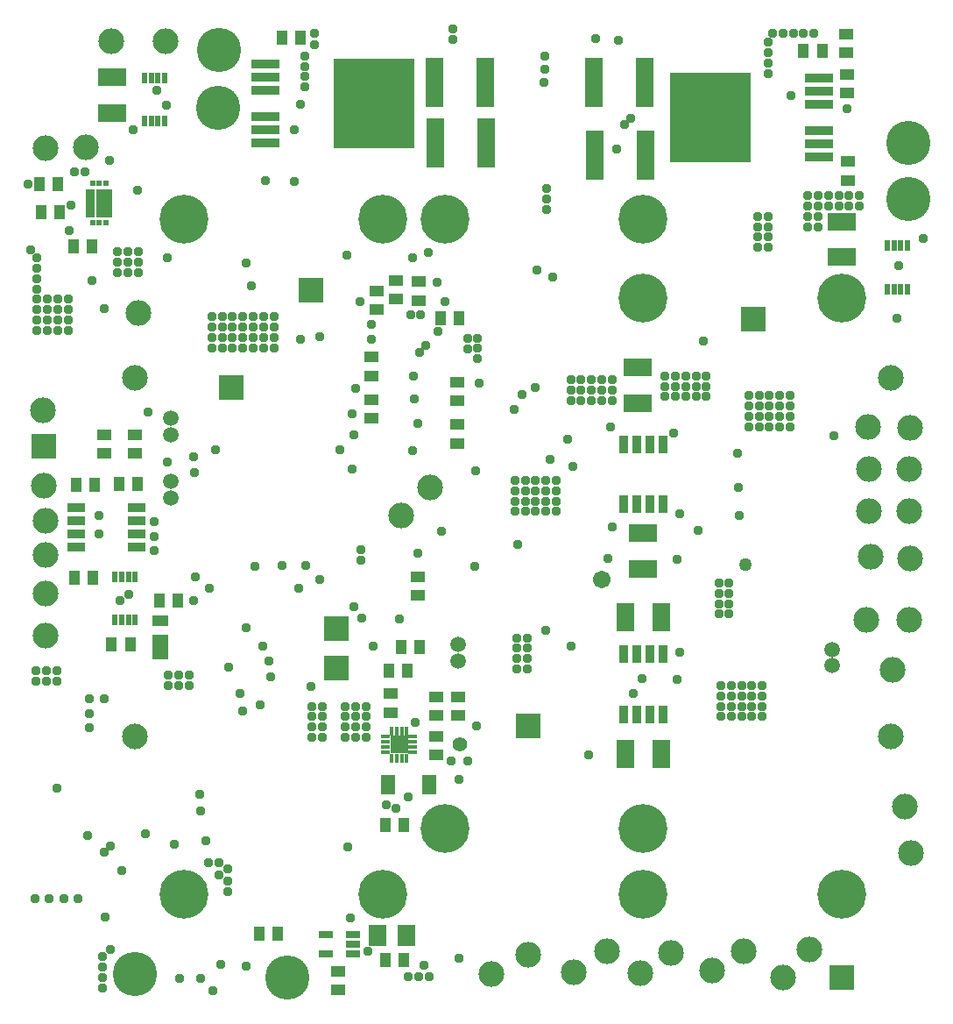
<source format=gbs>
G75*
%MOIN*%
%OFA0B0*%
%FSLAX25Y25*%
%IPPOS*%
%LPD*%
%AMOC8*
5,1,8,0,0,1.08239X$1,22.5*
%
%ADD10R,0.03950X0.05524*%
%ADD11R,0.05524X0.03950*%
%ADD12R,0.05721X0.07690*%
%ADD13C,0.18580*%
%ADD14R,0.06706X0.03556*%
%ADD15R,0.10800X0.06784*%
%ADD16R,0.10800X0.06745*%
%ADD17R,0.06784X0.10800*%
%ADD18R,0.06745X0.10800*%
%ADD19R,0.05524X0.03162*%
%ADD20R,0.03556X0.06706*%
%ADD21R,0.06509X0.06509*%
%ADD22R,0.03556X0.01784*%
%ADD23R,0.01784X0.03556*%
%ADD24C,0.09800*%
%ADD25C,0.16800*%
%ADD26R,0.11036X0.03753*%
%ADD27R,0.30721X0.34265*%
%ADD28R,0.09800X0.09800*%
%ADD29C,0.05950*%
%ADD30R,0.06312X0.09461*%
%ADD31R,0.06312X0.04343*%
%ADD32R,0.02454X0.04304*%
%ADD33R,0.06391X0.10643*%
%ADD34R,0.03241X0.10643*%
%ADD35R,0.02375X0.02375*%
%ADD36R,0.07099X0.07887*%
%ADD37R,0.06706X0.18910*%
%ADD38C,0.09737*%
%ADD39C,0.03778*%
%ADD40C,0.05550*%
%ADD41C,0.06706*%
%ADD42C,0.04959*%
D10*
X0138414Y0100619D03*
X0145501Y0100619D03*
X0186446Y0090776D03*
X0193532Y0090776D03*
X0193532Y0141957D03*
X0186446Y0141957D03*
X0187627Y0200619D03*
X0194713Y0200619D03*
X0192351Y0209674D03*
X0199438Y0209674D03*
X0107312Y0227391D03*
X0100225Y0227391D03*
X0089202Y0210855D03*
X0082115Y0210855D03*
X0075028Y0236052D03*
X0067942Y0236052D03*
X0068729Y0271485D03*
X0075816Y0271485D03*
X0084871Y0271879D03*
X0091957Y0271879D03*
X0074635Y0362036D03*
X0067548Y0362036D03*
X0062430Y0375028D03*
X0055343Y0375028D03*
X0054556Y0385658D03*
X0061643Y0385658D03*
X0147076Y0441564D03*
X0154162Y0441564D03*
X0207312Y0334871D03*
X0214398Y0334871D03*
X0345501Y0436446D03*
X0352587Y0436446D03*
D11*
X0361643Y0435658D03*
X0361643Y0442745D03*
X0362036Y0427391D03*
X0362036Y0420304D03*
X0362430Y0394320D03*
X0362430Y0387233D03*
X0213611Y0310461D03*
X0213611Y0303375D03*
X0213611Y0294320D03*
X0213611Y0287233D03*
X0180934Y0296682D03*
X0180934Y0303769D03*
X0180934Y0312824D03*
X0180934Y0319910D03*
X0182902Y0338020D03*
X0182902Y0345107D03*
X0190383Y0341957D03*
X0190383Y0349044D03*
X0199044Y0348650D03*
X0199044Y0341564D03*
X0198650Y0236446D03*
X0198650Y0229359D03*
X0188414Y0191957D03*
X0188414Y0184871D03*
X0205737Y0183690D03*
X0205737Y0190776D03*
X0214005Y0190776D03*
X0214005Y0183690D03*
X0205737Y0175816D03*
X0205737Y0168729D03*
X0168335Y0086446D03*
X0168335Y0079359D03*
X0091170Y0283296D03*
X0091170Y0290383D03*
X0079359Y0290383D03*
X0079359Y0283296D03*
D12*
X0187233Y0157312D03*
X0202981Y0157312D03*
D13*
X0208887Y0140580D03*
X0185265Y0115580D03*
X0109674Y0115580D03*
X0284477Y0115580D03*
X0284477Y0140580D03*
X0360068Y0115580D03*
X0360068Y0342272D03*
X0284477Y0342272D03*
X0284477Y0372272D03*
X0208887Y0372272D03*
X0185265Y0372272D03*
X0109674Y0372272D03*
D14*
X0091564Y0262843D03*
X0091564Y0257843D03*
X0091564Y0252843D03*
X0091564Y0247843D03*
X0068729Y0247843D03*
X0068729Y0252843D03*
X0068729Y0257843D03*
X0068729Y0262843D03*
D15*
X0082509Y0426249D03*
X0282509Y0302548D03*
X0284477Y0239556D03*
X0360068Y0371524D03*
D16*
X0360068Y0358060D03*
X0282509Y0316013D03*
X0284477Y0253020D03*
X0082509Y0412784D03*
D17*
X0277745Y0221091D03*
X0291209Y0169123D03*
D18*
X0277745Y0169123D03*
X0291209Y0221091D03*
D19*
X0173871Y0100422D03*
X0173871Y0096682D03*
X0173871Y0092942D03*
X0163587Y0092942D03*
X0163587Y0100422D03*
D20*
X0276977Y0184083D03*
X0281977Y0184083D03*
X0286977Y0184083D03*
X0291977Y0184083D03*
X0291977Y0206918D03*
X0286977Y0206918D03*
X0281977Y0206918D03*
X0276977Y0206918D03*
X0276977Y0264005D03*
X0281977Y0264005D03*
X0286977Y0264005D03*
X0291977Y0264005D03*
X0291977Y0286839D03*
X0286977Y0286839D03*
X0281977Y0286839D03*
X0276977Y0286839D03*
D21*
X0191564Y0172666D03*
D22*
X0196682Y0171682D03*
X0196682Y0173650D03*
X0196682Y0175619D03*
X0196682Y0169713D03*
X0186446Y0169713D03*
X0186446Y0171682D03*
X0186446Y0173650D03*
X0186446Y0175619D03*
D23*
X0188611Y0177784D03*
X0190580Y0177784D03*
X0192548Y0177784D03*
X0194517Y0177784D03*
X0194517Y0167548D03*
X0192548Y0167548D03*
X0190580Y0167548D03*
X0188611Y0167548D03*
D24*
X0240776Y0092745D03*
X0226603Y0085265D03*
X0258099Y0086052D03*
X0270698Y0093926D03*
X0283296Y0085658D03*
X0295107Y0093532D03*
X0310855Y0086839D03*
X0322666Y0093926D03*
X0337627Y0084083D03*
X0347863Y0094713D03*
X0386446Y0131328D03*
X0384083Y0149044D03*
X0379359Y0201013D03*
X0385658Y0219910D03*
X0369517Y0219910D03*
X0371091Y0243926D03*
X0370304Y0261249D03*
X0385658Y0261249D03*
X0386052Y0243532D03*
X0385658Y0277391D03*
X0370304Y0277391D03*
X0369910Y0293532D03*
X0386052Y0293139D03*
X0203375Y0270304D03*
X0192351Y0259674D03*
X0092351Y0336839D03*
X0056131Y0299831D03*
X0056524Y0271091D03*
X0056918Y0257706D03*
X0056918Y0244713D03*
X0056918Y0230146D03*
X0056918Y0214005D03*
X0056918Y0399438D03*
X0072272Y0399831D03*
X0082115Y0439989D03*
X0102587Y0439989D03*
D25*
X0123060Y0436839D03*
X0122666Y0414792D03*
X0385265Y0401406D03*
X0385265Y0380146D03*
X0149044Y0084083D03*
X0091170Y0085265D03*
D26*
X0140776Y0401406D03*
X0140776Y0406406D03*
X0140776Y0411406D03*
X0140776Y0421406D03*
X0140776Y0426406D03*
X0140776Y0431406D03*
X0351406Y0426209D03*
X0351406Y0421209D03*
X0351406Y0416209D03*
X0351406Y0406209D03*
X0351406Y0401209D03*
X0351406Y0396209D03*
D27*
X0310068Y0411209D03*
X0182115Y0416406D03*
D28*
X0158099Y0345501D03*
X0127784Y0308493D03*
X0056524Y0286052D03*
X0167548Y0216761D03*
X0167548Y0201800D03*
X0240776Y0179753D03*
X0360068Y0084083D03*
X0326209Y0334477D03*
D29*
X0356524Y0208887D03*
X0356524Y0202587D03*
X0214005Y0204556D03*
X0214005Y0210855D03*
X0104556Y0266367D03*
X0104556Y0272666D03*
X0104556Y0290383D03*
X0104556Y0296682D03*
D30*
X0100619Y0209674D03*
D31*
X0100619Y0219713D03*
D32*
X0091170Y0219910D03*
X0088611Y0219910D03*
X0086052Y0219910D03*
X0083493Y0219910D03*
X0083493Y0236485D03*
X0086052Y0236485D03*
X0088611Y0236485D03*
X0091170Y0236485D03*
X0094713Y0409635D03*
X0097272Y0409635D03*
X0099831Y0409635D03*
X0102391Y0409635D03*
X0102391Y0426209D03*
X0099831Y0426209D03*
X0097272Y0426209D03*
X0094713Y0426209D03*
X0377391Y0362430D03*
X0379950Y0362430D03*
X0382509Y0362430D03*
X0385068Y0362430D03*
X0385068Y0345855D03*
X0382509Y0345855D03*
X0379950Y0345855D03*
X0377391Y0345855D03*
D33*
X0079517Y0378572D03*
D34*
X0074044Y0378572D03*
D35*
X0074871Y0386091D03*
X0077430Y0386091D03*
X0079989Y0386091D03*
X0079989Y0371131D03*
X0077430Y0371131D03*
X0074871Y0371131D03*
D36*
X0183296Y0100225D03*
X0194320Y0100225D03*
D37*
X0205343Y0401406D03*
X0224635Y0401406D03*
X0224241Y0424241D03*
X0204950Y0424241D03*
X0265580Y0424241D03*
X0284871Y0424241D03*
X0285265Y0396682D03*
X0265973Y0396682D03*
D38*
X0378572Y0312036D03*
X0378572Y0175816D03*
X0091170Y0175816D03*
X0091170Y0312036D03*
D39*
X0078572Y0080146D03*
X0078572Y0084083D03*
X0078572Y0088020D03*
X0078572Y0091957D03*
X0081721Y0094713D03*
X0079753Y0106918D03*
X0069517Y0114005D03*
X0064005Y0114005D03*
X0058493Y0114005D03*
X0052981Y0114005D03*
X0073060Y0137995D03*
X0079359Y0131721D03*
X0081721Y0134083D03*
X0086052Y0124635D03*
X0095107Y0138808D03*
X0106131Y0134607D03*
X0117942Y0136052D03*
X0119123Y0127784D03*
X0123060Y0127784D03*
X0126209Y0125422D03*
X0123060Y0123060D03*
X0126209Y0120698D03*
X0126209Y0116761D03*
X0123847Y0089202D03*
X0133296Y0088414D03*
X0120698Y0078965D03*
X0115973Y0083690D03*
X0108099Y0083690D03*
X0115973Y0147469D03*
X0115580Y0153769D03*
X0132115Y0185265D03*
X0130934Y0191957D03*
X0138808Y0187627D03*
X0142745Y0198257D03*
X0141957Y0204556D03*
X0139595Y0210068D03*
X0133296Y0217154D03*
X0126603Y0202194D03*
X0111643Y0199044D03*
X0111643Y0195107D03*
X0107706Y0195107D03*
X0107706Y0199044D03*
X0103769Y0199044D03*
X0103769Y0195107D03*
X0079359Y0189989D03*
X0073847Y0189989D03*
X0073847Y0184477D03*
X0073847Y0178965D03*
X0061249Y0196682D03*
X0061249Y0200619D03*
X0057312Y0200619D03*
X0057312Y0196682D03*
X0053375Y0196682D03*
X0053375Y0200619D03*
X0085265Y0227391D03*
X0088808Y0229753D03*
X0098257Y0246288D03*
X0098257Y0251800D03*
X0098257Y0257312D03*
X0113611Y0276209D03*
X0113217Y0282115D03*
X0121686Y0284890D03*
X0103375Y0280146D03*
X0095894Y0299044D03*
X0120304Y0323454D03*
X0120304Y0327391D03*
X0120304Y0331328D03*
X0120304Y0335265D03*
X0124241Y0335265D03*
X0128178Y0335265D03*
X0132115Y0335265D03*
X0136052Y0335265D03*
X0139989Y0335265D03*
X0143926Y0335265D03*
X0143926Y0331328D03*
X0139989Y0331328D03*
X0136052Y0331328D03*
X0132115Y0331328D03*
X0128178Y0331328D03*
X0124241Y0331328D03*
X0124241Y0327391D03*
X0128178Y0327391D03*
X0132115Y0327391D03*
X0136052Y0327391D03*
X0139989Y0327391D03*
X0143926Y0327391D03*
X0143926Y0323454D03*
X0139989Y0323454D03*
X0136052Y0323454D03*
X0132115Y0323454D03*
X0128178Y0323454D03*
X0124241Y0323454D03*
X0135265Y0347076D03*
X0133296Y0355737D03*
X0140776Y0387233D03*
X0151800Y0386839D03*
X0151800Y0406524D03*
X0154162Y0415973D03*
X0155737Y0422666D03*
X0155737Y0426603D03*
X0155737Y0430540D03*
X0155737Y0434477D03*
X0159280Y0438808D03*
X0159280Y0443139D03*
X0212036Y0444713D03*
X0212036Y0440776D03*
X0247076Y0434477D03*
X0247076Y0429359D03*
X0246839Y0424241D03*
X0266367Y0441170D03*
X0275028Y0440383D03*
X0279753Y0410855D03*
X0277391Y0408493D03*
X0274241Y0399044D03*
X0247863Y0384083D03*
X0247863Y0380146D03*
X0247863Y0376209D03*
X0244150Y0353205D03*
X0249973Y0350366D03*
X0221485Y0326997D03*
X0221485Y0323454D03*
X0221485Y0319517D03*
X0217548Y0323060D03*
X0217548Y0326997D03*
X0206524Y0329753D03*
X0201800Y0324241D03*
X0199438Y0321879D03*
X0197076Y0312824D03*
X0197469Y0304162D03*
X0198650Y0294713D03*
X0196682Y0284477D03*
X0174241Y0290383D03*
X0169123Y0284871D03*
X0173847Y0277391D03*
X0173847Y0298257D03*
X0175028Y0308099D03*
X0180934Y0326603D03*
X0180934Y0332509D03*
X0176603Y0341170D03*
X0171630Y0358638D03*
X0196682Y0357706D03*
X0202587Y0359674D03*
X0206131Y0348257D03*
X0208887Y0341170D03*
X0199831Y0336052D03*
X0195894Y0335918D03*
X0221879Y0310068D03*
X0235265Y0300225D03*
X0238414Y0305737D03*
X0243532Y0308493D03*
X0256918Y0307312D03*
X0256918Y0311249D03*
X0260855Y0311249D03*
X0264792Y0311249D03*
X0268729Y0311249D03*
X0272666Y0311249D03*
X0272666Y0307312D03*
X0268729Y0307312D03*
X0264792Y0307312D03*
X0260855Y0307312D03*
X0260855Y0303375D03*
X0256918Y0303375D03*
X0264792Y0303375D03*
X0268729Y0303375D03*
X0272666Y0303375D03*
X0271879Y0293532D03*
X0255737Y0288808D03*
X0249044Y0280934D03*
X0247469Y0273060D03*
X0243532Y0273060D03*
X0239595Y0273060D03*
X0235658Y0273060D03*
X0235658Y0269123D03*
X0235658Y0265186D03*
X0235658Y0261249D03*
X0239595Y0261249D03*
X0239595Y0265186D03*
X0239595Y0269123D03*
X0243532Y0269123D03*
X0243532Y0265186D03*
X0243532Y0261249D03*
X0247469Y0261249D03*
X0247469Y0265186D03*
X0247469Y0269123D03*
X0251406Y0269123D03*
X0251406Y0273060D03*
X0251406Y0265186D03*
X0251406Y0261249D03*
X0257706Y0278572D03*
X0272666Y0255343D03*
X0271091Y0243532D03*
X0247469Y0215973D03*
X0240383Y0213217D03*
X0240383Y0209280D03*
X0240383Y0205343D03*
X0240383Y0201406D03*
X0236446Y0201406D03*
X0236446Y0205343D03*
X0236446Y0209280D03*
X0236446Y0213217D03*
X0256918Y0210068D03*
X0280540Y0191957D03*
X0284082Y0197863D03*
X0297469Y0197469D03*
X0298257Y0207706D03*
X0314005Y0195107D03*
X0317942Y0195107D03*
X0321879Y0195107D03*
X0325816Y0195107D03*
X0329753Y0195107D03*
X0329753Y0191170D03*
X0329753Y0187233D03*
X0329753Y0183296D03*
X0325816Y0183296D03*
X0325816Y0187233D03*
X0325816Y0191170D03*
X0321879Y0191170D03*
X0321879Y0187233D03*
X0321879Y0183296D03*
X0317942Y0183296D03*
X0317942Y0187233D03*
X0317942Y0191170D03*
X0314005Y0191170D03*
X0314005Y0187233D03*
X0314005Y0183296D03*
X0313217Y0222272D03*
X0317154Y0222272D03*
X0317154Y0226209D03*
X0313217Y0226209D03*
X0313217Y0230146D03*
X0317154Y0230146D03*
X0317154Y0234083D03*
X0313217Y0234083D03*
X0297469Y0243139D03*
X0305343Y0254162D03*
X0298257Y0260461D03*
X0321091Y0259674D03*
X0320698Y0270304D03*
X0320304Y0283296D03*
X0324635Y0293532D03*
X0328572Y0293532D03*
X0332509Y0293532D03*
X0336446Y0293532D03*
X0340383Y0293532D03*
X0340383Y0297469D03*
X0340383Y0301406D03*
X0340383Y0305343D03*
X0336446Y0305343D03*
X0336446Y0301406D03*
X0336446Y0297469D03*
X0332509Y0297469D03*
X0332509Y0301406D03*
X0332509Y0305343D03*
X0328572Y0305343D03*
X0328572Y0301406D03*
X0328572Y0297469D03*
X0324635Y0297469D03*
X0324635Y0301406D03*
X0324635Y0305343D03*
X0308493Y0304950D03*
X0308493Y0308887D03*
X0308493Y0312824D03*
X0304556Y0312824D03*
X0300619Y0312824D03*
X0296682Y0312824D03*
X0292745Y0312824D03*
X0292745Y0308887D03*
X0296682Y0308887D03*
X0300619Y0308887D03*
X0304556Y0308887D03*
X0304556Y0304950D03*
X0300619Y0304950D03*
X0296682Y0304950D03*
X0292745Y0304950D03*
X0295894Y0291170D03*
X0307312Y0326209D03*
X0328178Y0361643D03*
X0328178Y0365580D03*
X0328178Y0369517D03*
X0328178Y0373454D03*
X0332115Y0373454D03*
X0332115Y0369517D03*
X0332115Y0365580D03*
X0332115Y0361643D03*
X0347076Y0369517D03*
X0347076Y0373454D03*
X0347076Y0377391D03*
X0347076Y0381328D03*
X0351013Y0381328D03*
X0354950Y0381328D03*
X0358887Y0381328D03*
X0362824Y0381328D03*
X0366761Y0381328D03*
X0366761Y0377391D03*
X0362824Y0377391D03*
X0358887Y0377391D03*
X0354950Y0377391D03*
X0351013Y0377391D03*
X0351013Y0373454D03*
X0351013Y0369517D03*
X0380934Y0334871D03*
X0381653Y0354881D03*
X0391170Y0365186D03*
X0362036Y0414398D03*
X0349438Y0443139D03*
X0345501Y0443139D03*
X0341564Y0443139D03*
X0337627Y0443139D03*
X0333690Y0443139D03*
X0332115Y0439595D03*
X0332115Y0435658D03*
X0332115Y0431721D03*
X0332115Y0427784D03*
X0340776Y0419517D03*
X0356918Y0289989D03*
X0263611Y0168729D03*
X0221091Y0179753D03*
X0217548Y0166367D03*
X0211249Y0166367D03*
X0214398Y0159280D03*
X0195107Y0152587D03*
X0190383Y0148257D03*
X0186839Y0149831D03*
X0171879Y0133690D03*
X0172886Y0106744D03*
X0179826Y0093926D03*
X0195107Y0084477D03*
X0199044Y0084477D03*
X0202981Y0084477D03*
X0201013Y0088808D03*
X0214398Y0091564D03*
X0190383Y0171485D03*
X0192745Y0173847D03*
X0197863Y0180934D03*
X0178965Y0179359D03*
X0175028Y0179359D03*
X0171091Y0179359D03*
X0171091Y0175422D03*
X0175028Y0175422D03*
X0178965Y0175422D03*
X0178965Y0183296D03*
X0175028Y0183296D03*
X0171091Y0183296D03*
X0171091Y0187233D03*
X0175028Y0187233D03*
X0178965Y0187233D03*
X0162430Y0187233D03*
X0162430Y0183296D03*
X0162430Y0179359D03*
X0162430Y0175422D03*
X0158493Y0175422D03*
X0158493Y0179359D03*
X0158493Y0183296D03*
X0158493Y0187233D03*
X0158099Y0194713D03*
X0181721Y0210068D03*
X0177391Y0220698D03*
X0174241Y0225095D03*
X0161249Y0235265D03*
X0156196Y0240776D03*
X0153375Y0232115D03*
X0147076Y0240776D03*
X0136839Y0240383D03*
X0119256Y0232115D03*
X0114005Y0236446D03*
X0113217Y0227391D03*
X0077391Y0252587D03*
X0077391Y0259674D03*
X0065580Y0330146D03*
X0065580Y0334083D03*
X0065580Y0338020D03*
X0065580Y0341957D03*
X0061643Y0341957D03*
X0061643Y0338020D03*
X0061643Y0334083D03*
X0061643Y0330146D03*
X0057706Y0330146D03*
X0057706Y0334083D03*
X0057706Y0338020D03*
X0057706Y0341957D03*
X0053769Y0341957D03*
X0053769Y0338020D03*
X0053769Y0334083D03*
X0053769Y0330146D03*
X0053769Y0345894D03*
X0053769Y0349831D03*
X0053769Y0353769D03*
X0053769Y0357706D03*
X0051406Y0360855D03*
X0065973Y0367942D03*
X0066761Y0377784D03*
X0067942Y0390383D03*
X0071879Y0390383D03*
X0081328Y0394713D03*
X0090383Y0406524D03*
X0102981Y0415580D03*
X0099438Y0421437D03*
X0091957Y0383296D03*
X0092351Y0360068D03*
X0088414Y0360068D03*
X0084477Y0360068D03*
X0084477Y0356131D03*
X0088414Y0356131D03*
X0092351Y0356131D03*
X0092351Y0352194D03*
X0088414Y0352194D03*
X0084477Y0352194D03*
X0074635Y0349044D03*
X0079359Y0338414D03*
X0103375Y0357706D03*
X0050225Y0385658D03*
X0154162Y0326603D03*
X0161249Y0327784D03*
X0220698Y0276603D03*
X0207706Y0253769D03*
X0198650Y0245501D03*
X0220304Y0240383D03*
X0236839Y0248650D03*
X0191564Y0220304D03*
X0176997Y0242745D03*
X0176997Y0246682D03*
X0061249Y0156131D03*
D40*
X0214792Y0172666D03*
D41*
X0268729Y0235265D03*
D42*
X0323454Y0241170D03*
M02*

</source>
